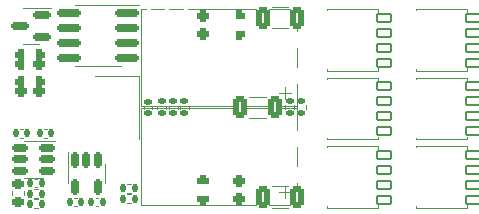
<source format=gbr>
%TF.GenerationSoftware,KiCad,Pcbnew,(6.0.5)*%
%TF.CreationDate,2022-09-11T00:02:45-04:00*%
%TF.ProjectId,GoldESC,476f6c64-4553-4432-9e6b-696361645f70,rev?*%
%TF.SameCoordinates,Original*%
%TF.FileFunction,Legend,Bot*%
%TF.FilePolarity,Positive*%
%FSLAX46Y46*%
G04 Gerber Fmt 4.6, Leading zero omitted, Abs format (unit mm)*
G04 Created by KiCad (PCBNEW (6.0.5)) date 2022-09-11 00:02:45*
%MOMM*%
%LPD*%
G01*
G04 APERTURE LIST*
G04 Aperture macros list*
%AMRoundRect*
0 Rectangle with rounded corners*
0 $1 Rounding radius*
0 $2 $3 $4 $5 $6 $7 $8 $9 X,Y pos of 4 corners*
0 Add a 4 corners polygon primitive as box body*
4,1,4,$2,$3,$4,$5,$6,$7,$8,$9,$2,$3,0*
0 Add four circle primitives for the rounded corners*
1,1,$1+$1,$2,$3*
1,1,$1+$1,$4,$5*
1,1,$1+$1,$6,$7*
1,1,$1+$1,$8,$9*
0 Add four rect primitives between the rounded corners*
20,1,$1+$1,$2,$3,$4,$5,0*
20,1,$1+$1,$4,$5,$6,$7,0*
20,1,$1+$1,$6,$7,$8,$9,0*
20,1,$1+$1,$8,$9,$2,$3,0*%
%AMFreePoly0*
4,1,21,3.024497,2.399497,3.045000,2.350000,3.045000,-2.350000,3.024497,-2.399497,2.975000,-2.420000,1.425000,-2.420000,1.375503,-2.399497,1.355000,-2.350000,1.355000,-2.170000,-1.650000,-2.170000,-1.699497,-2.149497,-1.720000,-2.100000,-1.720000,2.100000,-1.699497,2.149497,-1.650000,2.170000,1.355000,2.170000,1.355000,2.350000,1.375503,2.399497,1.425000,2.420000,2.975000,2.420000,
3.024497,2.399497,3.024497,2.399497,$1*%
G04 Aperture macros list end*
%ADD10C,0.120000*%
%ADD11C,1.200000*%
%ADD12R,1.000000X1.000000*%
%ADD13RoundRect,0.250000X0.250000X-0.250000X0.250000X0.250000X-0.250000X0.250000X-0.250000X-0.250000X0*%
%ADD14RoundRect,0.250000X-0.250000X0.250000X-0.250000X-0.250000X0.250000X-0.250000X0.250000X0.250000X0*%
%ADD15RoundRect,0.250000X0.250000X0.250000X-0.250000X0.250000X-0.250000X-0.250000X0.250000X-0.250000X0*%
%ADD16O,1.000000X1.000000*%
%ADD17RoundRect,0.070000X-0.575000X0.350000X-0.575000X-0.350000X0.575000X-0.350000X0.575000X0.350000X0*%
%ADD18FreePoly0,180.000000*%
%ADD19R,1.300000X1.600000*%
%ADD20RoundRect,0.140000X0.140000X0.170000X-0.140000X0.170000X-0.140000X-0.170000X0.140000X-0.170000X0*%
%ADD21RoundRect,0.135000X-0.135000X-0.185000X0.135000X-0.185000X0.135000X0.185000X-0.135000X0.185000X0*%
%ADD22RoundRect,0.135000X-0.185000X0.135000X-0.185000X-0.135000X0.185000X-0.135000X0.185000X0.135000X0*%
%ADD23RoundRect,0.225000X0.250000X-0.225000X0.250000X0.225000X-0.250000X0.225000X-0.250000X-0.225000X0*%
%ADD24RoundRect,0.150000X0.825000X0.150000X-0.825000X0.150000X-0.825000X-0.150000X0.825000X-0.150000X0*%
%ADD25RoundRect,0.135000X0.135000X0.185000X-0.135000X0.185000X-0.135000X-0.185000X0.135000X-0.185000X0*%
%ADD26RoundRect,0.150000X0.587500X0.150000X-0.587500X0.150000X-0.587500X-0.150000X0.587500X-0.150000X0*%
%ADD27RoundRect,0.135000X0.185000X-0.135000X0.185000X0.135000X-0.185000X0.135000X-0.185000X-0.135000X0*%
%ADD28RoundRect,0.150000X-0.150000X0.512500X-0.150000X-0.512500X0.150000X-0.512500X0.150000X0.512500X0*%
%ADD29RoundRect,0.140000X-0.170000X0.140000X-0.170000X-0.140000X0.170000X-0.140000X0.170000X0.140000X0*%
%ADD30RoundRect,0.140000X-0.140000X-0.170000X0.140000X-0.170000X0.140000X0.170000X-0.140000X0.170000X0*%
%ADD31C,1.400000*%
%ADD32RoundRect,0.250000X0.325000X0.650000X-0.325000X0.650000X-0.325000X-0.650000X0.325000X-0.650000X0*%
%ADD33RoundRect,0.250000X-0.325000X-0.650000X0.325000X-0.650000X0.325000X0.650000X-0.325000X0.650000X0*%
%ADD34RoundRect,0.150000X0.512500X0.150000X-0.512500X0.150000X-0.512500X-0.150000X0.512500X-0.150000X0*%
G04 APERTURE END LIST*
D10*
%TO.C,Q4*%
X18815000Y8300000D02*
X18815000Y8100000D01*
X14515000Y3100000D02*
X14515000Y3250000D01*
X14515000Y8150000D02*
X14515000Y8300000D01*
X14515000Y8300000D02*
X18815000Y8300000D01*
X18815000Y3100000D02*
X14515000Y3100000D01*
X18815000Y3300000D02*
X18815000Y3100000D01*
%TO.C,U81*%
X-12650000Y2650000D02*
X-8950000Y2650000D01*
X-8950000Y2650000D02*
X-8950000Y-2650000D01*
%TO.C,C53*%
X-14192164Y-8360000D02*
X-14407836Y-8360000D01*
X-14192164Y-7640000D02*
X-14407836Y-7640000D01*
%TO.C,Q3*%
X7015000Y-3300000D02*
X11315000Y-3300000D01*
X7015000Y-8500000D02*
X7015000Y-8350000D01*
X11315000Y-8300000D02*
X11315000Y-8500000D01*
X11315000Y-3300000D02*
X11315000Y-3500000D01*
X7015000Y-3450000D02*
X7015000Y-3300000D01*
X11315000Y-8500000D02*
X7015000Y-8500000D01*
%TO.C,Q1*%
X7015000Y8300000D02*
X11315000Y8300000D01*
X11315000Y3100000D02*
X7015000Y3100000D01*
X7015000Y3100000D02*
X7015000Y3250000D01*
X11315000Y3300000D02*
X11315000Y3100000D01*
X11315000Y8300000D02*
X11315000Y8100000D01*
X7015000Y8150000D02*
X7015000Y8300000D01*
%TO.C,R61*%
X-17803641Y-7770000D02*
X-17496359Y-7770000D01*
X-17803641Y-8530000D02*
X-17496359Y-8530000D01*
%TO.C,R41*%
X5180000Y203641D02*
X5180000Y-103641D01*
X4420000Y203641D02*
X4420000Y-103641D01*
%TO.C,C60*%
X-18667000Y-7390580D02*
X-18667000Y-7109420D01*
X-19687000Y-7390580D02*
X-19687000Y-7109420D01*
%TO.C,U30*%
X-12400000Y8660000D02*
X-14350000Y8660000D01*
X-12400000Y3540000D02*
X-14350000Y3540000D01*
X-12400000Y8660000D02*
X-8950000Y8660000D01*
X-12400000Y3540000D02*
X-10450000Y3540000D01*
%TO.C,R85*%
X-9646359Y-8130000D02*
X-9953641Y-8130000D01*
X-9646359Y-7370000D02*
X-9953641Y-7370000D01*
%TO.C,U31*%
X-18100000Y5340000D02*
X-17450000Y5340000D01*
X-18100000Y5340000D02*
X-18750000Y5340000D01*
X-18100000Y8460000D02*
X-16425000Y8460000D01*
X-18100000Y8460000D02*
X-18750000Y8460000D01*
%TO.C,Q2*%
X7015000Y-2700000D02*
X7015000Y-2550000D01*
X7015000Y2500000D02*
X11315000Y2500000D01*
X11315000Y2500000D02*
X11315000Y2300000D01*
X7015000Y2350000D02*
X7015000Y2500000D01*
X11315000Y-2500000D02*
X11315000Y-2700000D01*
X11315000Y-2700000D02*
X7015000Y-2700000D01*
%TO.C,R30*%
X-6620000Y-153641D02*
X-6620000Y153641D01*
X-7380000Y-153641D02*
X-7380000Y153641D01*
%TO.C,R60*%
X-17523359Y-7680000D02*
X-17830641Y-7680000D01*
X-17523359Y-6920000D02*
X-17830641Y-6920000D01*
%TO.C,U50*%
X-14960000Y-5600000D02*
X-14960000Y-6400000D01*
X-11840000Y-5600000D02*
X-11840000Y-4800000D01*
X-14960000Y-5600000D02*
X-14960000Y-3800000D01*
X-11840000Y-5600000D02*
X-11840000Y-6400000D01*
%TO.C,C80*%
X-7840000Y107836D02*
X-7840000Y-107836D01*
X-8560000Y107836D02*
X-8560000Y-107836D01*
%TO.C,Q5*%
X18815000Y-2700000D02*
X14515000Y-2700000D01*
X18815000Y2500000D02*
X18815000Y2300000D01*
X14515000Y-2700000D02*
X14515000Y-2550000D01*
X18815000Y-2500000D02*
X18815000Y-2700000D01*
X14515000Y2350000D02*
X14515000Y2500000D01*
X14515000Y2500000D02*
X18815000Y2500000D01*
%TO.C,C52*%
X-12607836Y-8360000D02*
X-12392164Y-8360000D01*
X-12607836Y-7640000D02*
X-12392164Y-7640000D01*
%TO.C,C40*%
X3400000Y-6691000D02*
X3400000Y-7691000D01*
X3900000Y-7191000D02*
X2900000Y-7191000D01*
X4400000Y-91000D02*
X-8800000Y-91000D01*
X-8800000Y-91000D02*
X-8800000Y-8291000D01*
X-8800000Y-8291000D02*
X4400000Y-8291000D01*
X4400000Y-8291000D02*
X4400000Y-91000D01*
%TO.C,C1*%
X3711252Y6690000D02*
X2288748Y6690000D01*
X3711252Y8510000D02*
X2288748Y8510000D01*
%TO.C,C3*%
X2288748Y-6690000D02*
X3711252Y-6690000D01*
X2288748Y-8510000D02*
X3711252Y-8510000D01*
%TO.C,R80*%
X-4720000Y153641D02*
X-4720000Y-153641D01*
X-5480000Y153641D02*
X-5480000Y-153641D01*
%TO.C,C62*%
X-17784836Y-6040000D02*
X-17569164Y-6040000D01*
X-17784836Y-6760000D02*
X-17569164Y-6760000D01*
%TO.C,C2*%
X1811252Y-910000D02*
X388748Y-910000D01*
X1811252Y910000D02*
X388748Y910000D01*
%TO.C,C63*%
X-16984836Y-2560000D02*
X-16769164Y-2560000D01*
X-16984836Y-1840000D02*
X-16769164Y-1840000D01*
%TO.C,R31*%
X-5670000Y153641D02*
X-5670000Y-153641D01*
X-6430000Y153641D02*
X-6430000Y-153641D01*
%TO.C,Q6*%
X18815000Y-3300000D02*
X18815000Y-3500000D01*
X14515000Y-8500000D02*
X14515000Y-8350000D01*
X18815000Y-8300000D02*
X18815000Y-8500000D01*
X14515000Y-3300000D02*
X18815000Y-3300000D01*
X18815000Y-8500000D02*
X14515000Y-8500000D01*
X14515000Y-3450000D02*
X14515000Y-3300000D01*
%TO.C,U60*%
X-17877000Y-5960000D02*
X-17077000Y-5960000D01*
X-17877000Y-5960000D02*
X-18677000Y-5960000D01*
X-17877000Y-2840000D02*
X-18677000Y-2840000D01*
X-17877000Y-2840000D02*
X-16077000Y-2840000D01*
%TO.C,C41*%
X3900000Y1200000D02*
X2900000Y1200000D01*
X3400000Y1700000D02*
X3400000Y700000D01*
X4400000Y8300000D02*
X-8800000Y8300000D01*
X-8800000Y8300000D02*
X-8800000Y100000D01*
X-8800000Y100000D02*
X4400000Y100000D01*
X4400000Y100000D02*
X4400000Y8300000D01*
%TO.C,C61*%
X-18984836Y-1840000D02*
X-18769164Y-1840000D01*
X-18984836Y-2560000D02*
X-18769164Y-2560000D01*
%TO.C,R84*%
X-9646359Y-6470000D02*
X-9953641Y-6470000D01*
X-9646359Y-7230000D02*
X-9953641Y-7230000D01*
%TO.C,R40*%
X3420000Y-103641D02*
X3420000Y203641D01*
X4180000Y-103641D02*
X4180000Y203641D01*
%TD*%
%LPC*%
D11*
%TO.C,TP80*%
X-7350000Y6250000D03*
%TD*%
%TO.C,TP83*%
X-12350000Y7700000D03*
%TD*%
%TO.C,TP81*%
X-6550000Y7700000D03*
%TD*%
D12*
%TO.C,J1*%
X23750000Y7000000D03*
D13*
X21500000Y6250000D03*
D12*
X22250000Y7750000D03*
X22250000Y7000000D03*
X23000000Y7750000D03*
X22250000Y6250000D03*
X24500000Y7000000D03*
X23750000Y6250000D03*
D13*
X24500000Y6250000D03*
D12*
X23750000Y7750000D03*
X23000000Y7000000D03*
X23000000Y6250000D03*
D13*
X21500000Y7750000D03*
D12*
X21500000Y7000000D03*
D13*
X24500000Y7750000D03*
%TD*%
D12*
%TO.C,J40*%
X-1250000Y-7000000D03*
X-500000Y-7000000D03*
X-1250000Y-6250000D03*
X-2000000Y-6250000D03*
X-2750000Y-7750000D03*
X-2000000Y-7000000D03*
X-2000000Y-7750000D03*
X-1250000Y-7750000D03*
X-2750000Y-6250000D03*
D14*
X-500000Y-6250000D03*
X-500000Y-7750000D03*
X-3500000Y-7750000D03*
X-3500000Y-6250000D03*
D12*
X-2750000Y-7000000D03*
X-3500000Y-7000000D03*
%TD*%
D11*
%TO.C,TP84*%
X-8100000Y7700000D03*
%TD*%
D12*
%TO.C,J2*%
X22950000Y750000D03*
X22200000Y750000D03*
X23700000Y0D03*
X23700000Y-750000D03*
D13*
X21450000Y750000D03*
D12*
X24450000Y0D03*
D13*
X21450000Y-750000D03*
D12*
X22950000Y-750000D03*
X22200000Y-750000D03*
X22200000Y0D03*
X22950000Y0D03*
D13*
X24450000Y-750000D03*
X24450000Y750000D03*
D12*
X21450000Y0D03*
X23700000Y750000D03*
%TD*%
D11*
%TO.C,TP82*%
X-5000000Y7700000D03*
%TD*%
D15*
%TO.C,J30*%
X-17450000Y4400000D03*
X-18950000Y3650000D03*
D12*
X-18200000Y3650000D03*
D15*
X-18950000Y4400000D03*
X-17450000Y3650000D03*
D12*
X-18200000Y4400000D03*
D15*
X-17450000Y2150000D03*
D12*
X-18200000Y1400000D03*
D15*
X-18950000Y2150000D03*
D12*
X-18200000Y2150000D03*
D15*
X-18950000Y1400000D03*
X-17450000Y1400000D03*
%TD*%
D12*
%TO.C,J81*%
X-13765000Y-2540000D03*
D16*
X-15035000Y-2540000D03*
X-13765000Y-1270000D03*
X-15035000Y-1270000D03*
X-13765000Y0D03*
X-15035000Y0D03*
X-13765000Y1270000D03*
X-15035000Y1270000D03*
X-13765000Y2540000D03*
X-15035000Y2540000D03*
%TD*%
D14*
%TO.C,J41*%
X-500000Y6250000D03*
D12*
X-3500000Y7000000D03*
X-2750000Y6250000D03*
X-1250000Y7000000D03*
D14*
X-500000Y7750000D03*
D12*
X-2750000Y7750000D03*
X-2000000Y7750000D03*
D14*
X-3500000Y7750000D03*
D12*
X-2000000Y6250000D03*
X-2000000Y7000000D03*
X-2750000Y7000000D03*
X-1250000Y7750000D03*
X-1250000Y6250000D03*
X-500000Y7000000D03*
D14*
X-3500000Y6250000D03*
%TD*%
D12*
%TO.C,J4*%
X22250000Y-4250000D03*
D14*
X24500000Y-2750000D03*
D12*
X23750000Y-2750000D03*
D14*
X21500000Y-4250000D03*
D12*
X21500000Y-3500000D03*
X23000000Y-4250000D03*
X23750000Y-3500000D03*
X22250000Y-3500000D03*
X23000000Y-2750000D03*
X24500000Y-3500000D03*
X23750000Y-4250000D03*
X22250000Y-2750000D03*
D14*
X24500000Y-4250000D03*
X21500000Y-2750000D03*
D12*
X23000000Y-3500000D03*
%TD*%
D13*
%TO.C,J3*%
X21500000Y-6250000D03*
X21500000Y-7750000D03*
D12*
X23750000Y-6250000D03*
D13*
X24500000Y-6250000D03*
X24500000Y-7750000D03*
D12*
X23000000Y-7000000D03*
X24500000Y-7000000D03*
X22250000Y-6250000D03*
X21500000Y-7000000D03*
X23000000Y-7750000D03*
X22250000Y-7000000D03*
X22250000Y-7750000D03*
X23750000Y-7750000D03*
X23000000Y-6250000D03*
X23750000Y-7000000D03*
%TD*%
D17*
%TO.C,Q4*%
X19335000Y7610000D03*
X19335000Y6340000D03*
X19335000Y5060000D03*
X19335000Y3790000D03*
D18*
X16065000Y5700000D03*
%TD*%
D19*
%TO.C,U81*%
X-9800000Y1650000D03*
X-9800000Y-1650000D03*
X-11800000Y-1650000D03*
X-11800000Y1650000D03*
%TD*%
D20*
%TO.C,C53*%
X-13820000Y-8000000D03*
X-14780000Y-8000000D03*
%TD*%
D17*
%TO.C,Q3*%
X11835000Y-3990000D03*
X11835000Y-5260000D03*
X11835000Y-6540000D03*
X11835000Y-7810000D03*
D18*
X8565000Y-5900000D03*
%TD*%
D17*
%TO.C,Q1*%
X11835000Y7610000D03*
X11835000Y6340000D03*
X11835000Y5060000D03*
X11835000Y3790000D03*
D18*
X8565000Y5700000D03*
%TD*%
D21*
%TO.C,R61*%
X-18160000Y-8150000D03*
X-17140000Y-8150000D03*
%TD*%
D22*
%TO.C,R41*%
X4800000Y560000D03*
X4800000Y-460000D03*
%TD*%
D23*
%TO.C,C60*%
X-19177000Y-8025000D03*
X-19177000Y-6475000D03*
%TD*%
D24*
%TO.C,U30*%
X-9925000Y8005000D03*
X-9925000Y6735000D03*
X-9925000Y5465000D03*
X-9925000Y4195000D03*
X-14875000Y4195000D03*
X-14875000Y5465000D03*
X-14875000Y6735000D03*
X-14875000Y8005000D03*
%TD*%
D25*
%TO.C,R85*%
X-9290000Y-7750000D03*
X-10310000Y-7750000D03*
%TD*%
D26*
%TO.C,U31*%
X-17162500Y7850000D03*
X-17162500Y5950000D03*
X-19037500Y6900000D03*
%TD*%
D17*
%TO.C,Q2*%
X11835000Y1810000D03*
X11835000Y540000D03*
X11835000Y-740000D03*
X11835000Y-2010000D03*
D18*
X8565000Y-100000D03*
%TD*%
D27*
%TO.C,R30*%
X-7000000Y-510000D03*
X-7000000Y510000D03*
%TD*%
D25*
%TO.C,R60*%
X-17167000Y-7300000D03*
X-18187000Y-7300000D03*
%TD*%
D28*
%TO.C,U50*%
X-14350000Y-4462500D03*
X-13400000Y-4462500D03*
X-12450000Y-4462500D03*
X-12450000Y-6737500D03*
X-14350000Y-6737500D03*
%TD*%
D29*
%TO.C,C80*%
X-8200000Y480000D03*
X-8200000Y-480000D03*
%TD*%
D17*
%TO.C,Q5*%
X19335000Y1810000D03*
X19335000Y540000D03*
X19335000Y-740000D03*
X19335000Y-2010000D03*
D18*
X16065000Y-100000D03*
%TD*%
D30*
%TO.C,C52*%
X-12980000Y-8000000D03*
X-12020000Y-8000000D03*
%TD*%
D31*
%TO.C,C40*%
X4400000Y-5691000D03*
X4400000Y-2691000D03*
%TD*%
D32*
%TO.C,C1*%
X4475000Y7600000D03*
X1525000Y7600000D03*
%TD*%
D33*
%TO.C,C3*%
X1525000Y-7600000D03*
X4475000Y-7600000D03*
%TD*%
D22*
%TO.C,R80*%
X-5100000Y510000D03*
X-5100000Y-510000D03*
%TD*%
D30*
%TO.C,C62*%
X-18157000Y-6400000D03*
X-17197000Y-6400000D03*
%TD*%
D32*
%TO.C,C2*%
X2575000Y0D03*
X-375000Y0D03*
%TD*%
D30*
%TO.C,C63*%
X-17357000Y-2200000D03*
X-16397000Y-2200000D03*
%TD*%
D22*
%TO.C,R31*%
X-6050000Y510000D03*
X-6050000Y-510000D03*
%TD*%
D17*
%TO.C,Q6*%
X19335000Y-3990000D03*
X19335000Y-5260000D03*
X19335000Y-6540000D03*
X19335000Y-7810000D03*
D18*
X16065000Y-5900000D03*
%TD*%
D34*
%TO.C,U60*%
X-16739500Y-3450000D03*
X-16739500Y-4400000D03*
X-16739500Y-5350000D03*
X-19014500Y-5350000D03*
X-19014500Y-4400000D03*
X-19014500Y-3450000D03*
%TD*%
D31*
%TO.C,C41*%
X4400000Y2700000D03*
X4400000Y5700000D03*
%TD*%
D30*
%TO.C,C61*%
X-19357000Y-2200000D03*
X-18397000Y-2200000D03*
%TD*%
D25*
%TO.C,R84*%
X-9290000Y-6850000D03*
X-10310000Y-6850000D03*
%TD*%
D27*
%TO.C,R40*%
X3800000Y-460000D03*
X3800000Y560000D03*
%TD*%
M02*

</source>
